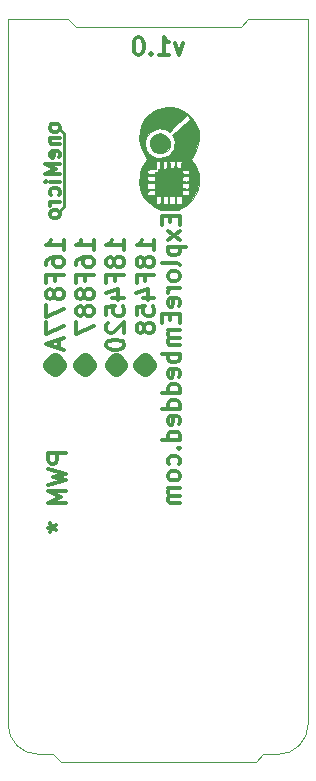
<source format=gbo>
G04 #@! TF.FileFunction,Legend,Bot*
%FSLAX46Y46*%
G04 Gerber Fmt 4.6, Leading zero omitted, Abs format (unit mm)*
G04 Created by KiCad (PCBNEW 4.0.4-stable) date 08/11/17 11:51:25*
%MOMM*%
%LPD*%
G01*
G04 APERTURE LIST*
%ADD10C,0.150000*%
%ADD11C,0.300000*%
%ADD12C,0.228600*%
%ADD13C,0.100000*%
%ADD14C,1.270000*%
%ADD15C,0.002540*%
G04 APERTURE END LIST*
D10*
D11*
X141832696Y-86485611D02*
X141475553Y-87485611D01*
X141118411Y-86485611D01*
X139761268Y-87485611D02*
X140618411Y-87485611D01*
X140189839Y-87485611D02*
X140189839Y-85985611D01*
X140332696Y-86199897D01*
X140475554Y-86342754D01*
X140618411Y-86414183D01*
X139118411Y-87342754D02*
X139046983Y-87414183D01*
X139118411Y-87485611D01*
X139189840Y-87414183D01*
X139118411Y-87342754D01*
X139118411Y-87485611D01*
X138118411Y-85985611D02*
X137975554Y-85985611D01*
X137832697Y-86057040D01*
X137761268Y-86128469D01*
X137689839Y-86271326D01*
X137618411Y-86557040D01*
X137618411Y-86914183D01*
X137689839Y-87199897D01*
X137761268Y-87342754D01*
X137832697Y-87414183D01*
X137975554Y-87485611D01*
X138118411Y-87485611D01*
X138261268Y-87414183D01*
X138332697Y-87342754D01*
X138404125Y-87199897D01*
X138475554Y-86914183D01*
X138475554Y-86557040D01*
X138404125Y-86271326D01*
X138332697Y-86128469D01*
X138261268Y-86057040D01*
X138118411Y-85985611D01*
D12*
X131699000Y-94107000D02*
X131318000Y-93726000D01*
X131699000Y-100330000D02*
X131699000Y-94107000D01*
X131318000Y-100711000D02*
X131699000Y-100330000D01*
D11*
X131384524Y-93532477D02*
X131324048Y-93411524D01*
X131263571Y-93351048D01*
X131142619Y-93290572D01*
X130779762Y-93290572D01*
X130658810Y-93351048D01*
X130598333Y-93411524D01*
X130537857Y-93532477D01*
X130537857Y-93713905D01*
X130598333Y-93834857D01*
X130658810Y-93895334D01*
X130779762Y-93955810D01*
X131142619Y-93955810D01*
X131263571Y-93895334D01*
X131324048Y-93834857D01*
X131384524Y-93713905D01*
X131384524Y-93532477D01*
X130537857Y-94500096D02*
X131384524Y-94500096D01*
X130658810Y-94500096D02*
X130598333Y-94560572D01*
X130537857Y-94681525D01*
X130537857Y-94862953D01*
X130598333Y-94983905D01*
X130719286Y-95044382D01*
X131384524Y-95044382D01*
X131324048Y-96132953D02*
X131384524Y-96012001D01*
X131384524Y-95770096D01*
X131324048Y-95649144D01*
X131203095Y-95588668D01*
X130719286Y-95588668D01*
X130598333Y-95649144D01*
X130537857Y-95770096D01*
X130537857Y-96012001D01*
X130598333Y-96132953D01*
X130719286Y-96193430D01*
X130840238Y-96193430D01*
X130961190Y-95588668D01*
X131384524Y-96737715D02*
X130114524Y-96737715D01*
X131021667Y-97161048D01*
X130114524Y-97584382D01*
X131384524Y-97584382D01*
X131384524Y-98189144D02*
X130537857Y-98189144D01*
X130114524Y-98189144D02*
X130175000Y-98128668D01*
X130235476Y-98189144D01*
X130175000Y-98249620D01*
X130114524Y-98189144D01*
X130235476Y-98189144D01*
X131324048Y-99338192D02*
X131384524Y-99217239D01*
X131384524Y-98975335D01*
X131324048Y-98854382D01*
X131263571Y-98793906D01*
X131142619Y-98733430D01*
X130779762Y-98733430D01*
X130658810Y-98793906D01*
X130598333Y-98854382D01*
X130537857Y-98975335D01*
X130537857Y-99217239D01*
X130598333Y-99338192D01*
X131384524Y-99882477D02*
X130537857Y-99882477D01*
X130779762Y-99882477D02*
X130658810Y-99942953D01*
X130598333Y-100003429D01*
X130537857Y-100124382D01*
X130537857Y-100245334D01*
X131384524Y-100850096D02*
X131324048Y-100729143D01*
X131263571Y-100668667D01*
X131142619Y-100608191D01*
X130779762Y-100608191D01*
X130658810Y-100668667D01*
X130598333Y-100729143D01*
X130537857Y-100850096D01*
X130537857Y-101031524D01*
X130598333Y-101152476D01*
X130658810Y-101212953D01*
X130779762Y-101273429D01*
X131142619Y-101273429D01*
X131263571Y-101212953D01*
X131324048Y-101152476D01*
X131384524Y-101031524D01*
X131384524Y-100850096D01*
D13*
X136144000Y-85090000D02*
X143256000Y-85090000D01*
X129540000Y-146685000D02*
X130810000Y-146685000D01*
X148590000Y-146685000D02*
X149225000Y-146685000D01*
X147955000Y-147320000D02*
X148590000Y-146685000D01*
X131445000Y-147320000D02*
X147955000Y-147320000D01*
X130810000Y-146685000D02*
X131445000Y-147320000D01*
D11*
X131869571Y-121210000D02*
X130369571Y-121210000D01*
X130369571Y-121781428D01*
X130441000Y-121924286D01*
X130512429Y-121995714D01*
X130655286Y-122067143D01*
X130869571Y-122067143D01*
X131012429Y-121995714D01*
X131083857Y-121924286D01*
X131155286Y-121781428D01*
X131155286Y-121210000D01*
X130369571Y-122567143D02*
X131869571Y-122924286D01*
X130798143Y-123210000D01*
X131869571Y-123495714D01*
X130369571Y-123852857D01*
X131869571Y-124424286D02*
X130369571Y-124424286D01*
X131441000Y-124924286D01*
X130369571Y-125424286D01*
X131869571Y-125424286D01*
X130369571Y-127495715D02*
X130726714Y-127495715D01*
X130583857Y-127138572D02*
X130726714Y-127495715D01*
X130583857Y-127852857D01*
X131012429Y-127281429D02*
X130726714Y-127495715D01*
X131012429Y-127710000D01*
X140735857Y-101141143D02*
X140735857Y-101641143D01*
X141521571Y-101855429D02*
X141521571Y-101141143D01*
X140021571Y-101141143D01*
X140021571Y-101855429D01*
X141521571Y-102355429D02*
X140521571Y-103141143D01*
X140521571Y-102355429D02*
X141521571Y-103141143D01*
X140521571Y-103712572D02*
X142021571Y-103712572D01*
X140593000Y-103712572D02*
X140521571Y-103855429D01*
X140521571Y-104141143D01*
X140593000Y-104284000D01*
X140664429Y-104355429D01*
X140807286Y-104426858D01*
X141235857Y-104426858D01*
X141378714Y-104355429D01*
X141450143Y-104284000D01*
X141521571Y-104141143D01*
X141521571Y-103855429D01*
X141450143Y-103712572D01*
X141521571Y-105284001D02*
X141450143Y-105141143D01*
X141307286Y-105069715D01*
X140021571Y-105069715D01*
X141521571Y-106069715D02*
X141450143Y-105926857D01*
X141378714Y-105855429D01*
X141235857Y-105784000D01*
X140807286Y-105784000D01*
X140664429Y-105855429D01*
X140593000Y-105926857D01*
X140521571Y-106069715D01*
X140521571Y-106284000D01*
X140593000Y-106426857D01*
X140664429Y-106498286D01*
X140807286Y-106569715D01*
X141235857Y-106569715D01*
X141378714Y-106498286D01*
X141450143Y-106426857D01*
X141521571Y-106284000D01*
X141521571Y-106069715D01*
X141521571Y-107212572D02*
X140521571Y-107212572D01*
X140807286Y-107212572D02*
X140664429Y-107284000D01*
X140593000Y-107355429D01*
X140521571Y-107498286D01*
X140521571Y-107641143D01*
X141450143Y-108712571D02*
X141521571Y-108569714D01*
X141521571Y-108284000D01*
X141450143Y-108141143D01*
X141307286Y-108069714D01*
X140735857Y-108069714D01*
X140593000Y-108141143D01*
X140521571Y-108284000D01*
X140521571Y-108569714D01*
X140593000Y-108712571D01*
X140735857Y-108784000D01*
X140878714Y-108784000D01*
X141021571Y-108069714D01*
X140735857Y-109426857D02*
X140735857Y-109926857D01*
X141521571Y-110141143D02*
X141521571Y-109426857D01*
X140021571Y-109426857D01*
X140021571Y-110141143D01*
X141521571Y-110784000D02*
X140521571Y-110784000D01*
X140664429Y-110784000D02*
X140593000Y-110855428D01*
X140521571Y-110998286D01*
X140521571Y-111212571D01*
X140593000Y-111355428D01*
X140735857Y-111426857D01*
X141521571Y-111426857D01*
X140735857Y-111426857D02*
X140593000Y-111498286D01*
X140521571Y-111641143D01*
X140521571Y-111855428D01*
X140593000Y-111998286D01*
X140735857Y-112069714D01*
X141521571Y-112069714D01*
X141521571Y-112784000D02*
X140021571Y-112784000D01*
X140593000Y-112784000D02*
X140521571Y-112926857D01*
X140521571Y-113212571D01*
X140593000Y-113355428D01*
X140664429Y-113426857D01*
X140807286Y-113498286D01*
X141235857Y-113498286D01*
X141378714Y-113426857D01*
X141450143Y-113355428D01*
X141521571Y-113212571D01*
X141521571Y-112926857D01*
X141450143Y-112784000D01*
X141450143Y-114712571D02*
X141521571Y-114569714D01*
X141521571Y-114284000D01*
X141450143Y-114141143D01*
X141307286Y-114069714D01*
X140735857Y-114069714D01*
X140593000Y-114141143D01*
X140521571Y-114284000D01*
X140521571Y-114569714D01*
X140593000Y-114712571D01*
X140735857Y-114784000D01*
X140878714Y-114784000D01*
X141021571Y-114069714D01*
X141521571Y-116069714D02*
X140021571Y-116069714D01*
X141450143Y-116069714D02*
X141521571Y-115926857D01*
X141521571Y-115641143D01*
X141450143Y-115498285D01*
X141378714Y-115426857D01*
X141235857Y-115355428D01*
X140807286Y-115355428D01*
X140664429Y-115426857D01*
X140593000Y-115498285D01*
X140521571Y-115641143D01*
X140521571Y-115926857D01*
X140593000Y-116069714D01*
X141521571Y-117426857D02*
X140021571Y-117426857D01*
X141450143Y-117426857D02*
X141521571Y-117284000D01*
X141521571Y-116998286D01*
X141450143Y-116855428D01*
X141378714Y-116784000D01*
X141235857Y-116712571D01*
X140807286Y-116712571D01*
X140664429Y-116784000D01*
X140593000Y-116855428D01*
X140521571Y-116998286D01*
X140521571Y-117284000D01*
X140593000Y-117426857D01*
X141450143Y-118712571D02*
X141521571Y-118569714D01*
X141521571Y-118284000D01*
X141450143Y-118141143D01*
X141307286Y-118069714D01*
X140735857Y-118069714D01*
X140593000Y-118141143D01*
X140521571Y-118284000D01*
X140521571Y-118569714D01*
X140593000Y-118712571D01*
X140735857Y-118784000D01*
X140878714Y-118784000D01*
X141021571Y-118069714D01*
X141521571Y-120069714D02*
X140021571Y-120069714D01*
X141450143Y-120069714D02*
X141521571Y-119926857D01*
X141521571Y-119641143D01*
X141450143Y-119498285D01*
X141378714Y-119426857D01*
X141235857Y-119355428D01*
X140807286Y-119355428D01*
X140664429Y-119426857D01*
X140593000Y-119498285D01*
X140521571Y-119641143D01*
X140521571Y-119926857D01*
X140593000Y-120069714D01*
X141378714Y-120784000D02*
X141450143Y-120855428D01*
X141521571Y-120784000D01*
X141450143Y-120712571D01*
X141378714Y-120784000D01*
X141521571Y-120784000D01*
X141450143Y-122141143D02*
X141521571Y-121998286D01*
X141521571Y-121712572D01*
X141450143Y-121569714D01*
X141378714Y-121498286D01*
X141235857Y-121426857D01*
X140807286Y-121426857D01*
X140664429Y-121498286D01*
X140593000Y-121569714D01*
X140521571Y-121712572D01*
X140521571Y-121998286D01*
X140593000Y-122141143D01*
X141521571Y-122998286D02*
X141450143Y-122855428D01*
X141378714Y-122784000D01*
X141235857Y-122712571D01*
X140807286Y-122712571D01*
X140664429Y-122784000D01*
X140593000Y-122855428D01*
X140521571Y-122998286D01*
X140521571Y-123212571D01*
X140593000Y-123355428D01*
X140664429Y-123426857D01*
X140807286Y-123498286D01*
X141235857Y-123498286D01*
X141378714Y-123426857D01*
X141450143Y-123355428D01*
X141521571Y-123212571D01*
X141521571Y-122998286D01*
X141521571Y-124141143D02*
X140521571Y-124141143D01*
X140664429Y-124141143D02*
X140593000Y-124212571D01*
X140521571Y-124355429D01*
X140521571Y-124569714D01*
X140593000Y-124712571D01*
X140735857Y-124784000D01*
X141521571Y-124784000D01*
X140735857Y-124784000D02*
X140593000Y-124855429D01*
X140521571Y-124998286D01*
X140521571Y-125212571D01*
X140593000Y-125355429D01*
X140735857Y-125426857D01*
X141521571Y-125426857D01*
D13*
X132080000Y-84455000D02*
X127000000Y-84455000D01*
X132715000Y-85090000D02*
X132080000Y-84455000D01*
X133985000Y-85090000D02*
X132715000Y-85090000D01*
X136144000Y-85090000D02*
X135890000Y-85090000D01*
X143510000Y-85090000D02*
X143256000Y-85090000D01*
X146050000Y-85090000D02*
X143510000Y-85090000D01*
X134620000Y-85090000D02*
X135890000Y-85090000D01*
X149225000Y-146685000D02*
X149860000Y-146685000D01*
X146685000Y-85090000D02*
X146050000Y-85090000D01*
X147320000Y-84455000D02*
X146685000Y-85090000D01*
X152400000Y-84455000D02*
X147320000Y-84455000D01*
X152400000Y-85090000D02*
X152400000Y-84455000D01*
X133985000Y-85090000D02*
X134620000Y-85090000D01*
X127000000Y-85090000D02*
X127000000Y-84455000D01*
D14*
X136143999Y-113338429D02*
X135781142Y-113701286D01*
X136143999Y-114064143D01*
X136506856Y-113701286D01*
X136143999Y-113338429D01*
X136143999Y-114064143D01*
X138556999Y-113338429D02*
X138194142Y-113701286D01*
X138556999Y-114064143D01*
X138919856Y-113701286D01*
X138556999Y-113338429D01*
X138556999Y-114064143D01*
X133476999Y-113338429D02*
X133114142Y-113701286D01*
X133476999Y-114064143D01*
X133839856Y-113701286D01*
X133476999Y-113338429D01*
X133476999Y-114064143D01*
X130936999Y-113338429D02*
X130574142Y-113701286D01*
X130936999Y-114064143D01*
X131299856Y-113701286D01*
X130936999Y-113338429D01*
X130936999Y-114064143D01*
D11*
X131727571Y-104012857D02*
X131727571Y-103155714D01*
X131727571Y-103584286D02*
X130227571Y-103584286D01*
X130441857Y-103441429D01*
X130584714Y-103298571D01*
X130656143Y-103155714D01*
X130227571Y-105298571D02*
X130227571Y-105012857D01*
X130299000Y-104870000D01*
X130370429Y-104798571D01*
X130584714Y-104655714D01*
X130870429Y-104584285D01*
X131441857Y-104584285D01*
X131584714Y-104655714D01*
X131656143Y-104727142D01*
X131727571Y-104870000D01*
X131727571Y-105155714D01*
X131656143Y-105298571D01*
X131584714Y-105370000D01*
X131441857Y-105441428D01*
X131084714Y-105441428D01*
X130941857Y-105370000D01*
X130870429Y-105298571D01*
X130799000Y-105155714D01*
X130799000Y-104870000D01*
X130870429Y-104727142D01*
X130941857Y-104655714D01*
X131084714Y-104584285D01*
X130941857Y-106584285D02*
X130941857Y-106084285D01*
X131727571Y-106084285D02*
X130227571Y-106084285D01*
X130227571Y-106798571D01*
X130870429Y-107584285D02*
X130799000Y-107441427D01*
X130727571Y-107369999D01*
X130584714Y-107298570D01*
X130513286Y-107298570D01*
X130370429Y-107369999D01*
X130299000Y-107441427D01*
X130227571Y-107584285D01*
X130227571Y-107869999D01*
X130299000Y-108012856D01*
X130370429Y-108084285D01*
X130513286Y-108155713D01*
X130584714Y-108155713D01*
X130727571Y-108084285D01*
X130799000Y-108012856D01*
X130870429Y-107869999D01*
X130870429Y-107584285D01*
X130941857Y-107441427D01*
X131013286Y-107369999D01*
X131156143Y-107298570D01*
X131441857Y-107298570D01*
X131584714Y-107369999D01*
X131656143Y-107441427D01*
X131727571Y-107584285D01*
X131727571Y-107869999D01*
X131656143Y-108012856D01*
X131584714Y-108084285D01*
X131441857Y-108155713D01*
X131156143Y-108155713D01*
X131013286Y-108084285D01*
X130941857Y-108012856D01*
X130870429Y-107869999D01*
X130227571Y-108655713D02*
X130227571Y-109655713D01*
X131727571Y-109012856D01*
X130227571Y-110084284D02*
X130227571Y-111084284D01*
X131727571Y-110441427D01*
X131299000Y-111584283D02*
X131299000Y-112298569D01*
X131727571Y-111441426D02*
X130227571Y-111941426D01*
X131727571Y-112441426D01*
X134277571Y-104012857D02*
X134277571Y-103155714D01*
X134277571Y-103584286D02*
X132777571Y-103584286D01*
X132991857Y-103441429D01*
X133134714Y-103298571D01*
X133206143Y-103155714D01*
X132777571Y-105298571D02*
X132777571Y-105012857D01*
X132849000Y-104870000D01*
X132920429Y-104798571D01*
X133134714Y-104655714D01*
X133420429Y-104584285D01*
X133991857Y-104584285D01*
X134134714Y-104655714D01*
X134206143Y-104727142D01*
X134277571Y-104870000D01*
X134277571Y-105155714D01*
X134206143Y-105298571D01*
X134134714Y-105370000D01*
X133991857Y-105441428D01*
X133634714Y-105441428D01*
X133491857Y-105370000D01*
X133420429Y-105298571D01*
X133349000Y-105155714D01*
X133349000Y-104870000D01*
X133420429Y-104727142D01*
X133491857Y-104655714D01*
X133634714Y-104584285D01*
X133491857Y-106584285D02*
X133491857Y-106084285D01*
X134277571Y-106084285D02*
X132777571Y-106084285D01*
X132777571Y-106798571D01*
X133420429Y-107584285D02*
X133349000Y-107441427D01*
X133277571Y-107369999D01*
X133134714Y-107298570D01*
X133063286Y-107298570D01*
X132920429Y-107369999D01*
X132849000Y-107441427D01*
X132777571Y-107584285D01*
X132777571Y-107869999D01*
X132849000Y-108012856D01*
X132920429Y-108084285D01*
X133063286Y-108155713D01*
X133134714Y-108155713D01*
X133277571Y-108084285D01*
X133349000Y-108012856D01*
X133420429Y-107869999D01*
X133420429Y-107584285D01*
X133491857Y-107441427D01*
X133563286Y-107369999D01*
X133706143Y-107298570D01*
X133991857Y-107298570D01*
X134134714Y-107369999D01*
X134206143Y-107441427D01*
X134277571Y-107584285D01*
X134277571Y-107869999D01*
X134206143Y-108012856D01*
X134134714Y-108084285D01*
X133991857Y-108155713D01*
X133706143Y-108155713D01*
X133563286Y-108084285D01*
X133491857Y-108012856D01*
X133420429Y-107869999D01*
X133420429Y-109012856D02*
X133349000Y-108869998D01*
X133277571Y-108798570D01*
X133134714Y-108727141D01*
X133063286Y-108727141D01*
X132920429Y-108798570D01*
X132849000Y-108869998D01*
X132777571Y-109012856D01*
X132777571Y-109298570D01*
X132849000Y-109441427D01*
X132920429Y-109512856D01*
X133063286Y-109584284D01*
X133134714Y-109584284D01*
X133277571Y-109512856D01*
X133349000Y-109441427D01*
X133420429Y-109298570D01*
X133420429Y-109012856D01*
X133491857Y-108869998D01*
X133563286Y-108798570D01*
X133706143Y-108727141D01*
X133991857Y-108727141D01*
X134134714Y-108798570D01*
X134206143Y-108869998D01*
X134277571Y-109012856D01*
X134277571Y-109298570D01*
X134206143Y-109441427D01*
X134134714Y-109512856D01*
X133991857Y-109584284D01*
X133706143Y-109584284D01*
X133563286Y-109512856D01*
X133491857Y-109441427D01*
X133420429Y-109298570D01*
X132777571Y-110084284D02*
X132777571Y-111084284D01*
X134277571Y-110441427D01*
X136827571Y-104012857D02*
X136827571Y-103155714D01*
X136827571Y-103584286D02*
X135327571Y-103584286D01*
X135541857Y-103441429D01*
X135684714Y-103298571D01*
X135756143Y-103155714D01*
X135970429Y-104870000D02*
X135899000Y-104727142D01*
X135827571Y-104655714D01*
X135684714Y-104584285D01*
X135613286Y-104584285D01*
X135470429Y-104655714D01*
X135399000Y-104727142D01*
X135327571Y-104870000D01*
X135327571Y-105155714D01*
X135399000Y-105298571D01*
X135470429Y-105370000D01*
X135613286Y-105441428D01*
X135684714Y-105441428D01*
X135827571Y-105370000D01*
X135899000Y-105298571D01*
X135970429Y-105155714D01*
X135970429Y-104870000D01*
X136041857Y-104727142D01*
X136113286Y-104655714D01*
X136256143Y-104584285D01*
X136541857Y-104584285D01*
X136684714Y-104655714D01*
X136756143Y-104727142D01*
X136827571Y-104870000D01*
X136827571Y-105155714D01*
X136756143Y-105298571D01*
X136684714Y-105370000D01*
X136541857Y-105441428D01*
X136256143Y-105441428D01*
X136113286Y-105370000D01*
X136041857Y-105298571D01*
X135970429Y-105155714D01*
X136041857Y-106584285D02*
X136041857Y-106084285D01*
X136827571Y-106084285D02*
X135327571Y-106084285D01*
X135327571Y-106798571D01*
X135827571Y-108012856D02*
X136827571Y-108012856D01*
X135256143Y-107655713D02*
X136327571Y-107298570D01*
X136327571Y-108227142D01*
X135327571Y-109512856D02*
X135327571Y-108798570D01*
X136041857Y-108727141D01*
X135970429Y-108798570D01*
X135899000Y-108941427D01*
X135899000Y-109298570D01*
X135970429Y-109441427D01*
X136041857Y-109512856D01*
X136184714Y-109584284D01*
X136541857Y-109584284D01*
X136684714Y-109512856D01*
X136756143Y-109441427D01*
X136827571Y-109298570D01*
X136827571Y-108941427D01*
X136756143Y-108798570D01*
X136684714Y-108727141D01*
X135470429Y-110155712D02*
X135399000Y-110227141D01*
X135327571Y-110369998D01*
X135327571Y-110727141D01*
X135399000Y-110869998D01*
X135470429Y-110941427D01*
X135613286Y-111012855D01*
X135756143Y-111012855D01*
X135970429Y-110941427D01*
X136827571Y-110084284D01*
X136827571Y-111012855D01*
X135327571Y-111941426D02*
X135327571Y-112084283D01*
X135399000Y-112227140D01*
X135470429Y-112298569D01*
X135613286Y-112369998D01*
X135899000Y-112441426D01*
X136256143Y-112441426D01*
X136541857Y-112369998D01*
X136684714Y-112298569D01*
X136756143Y-112227140D01*
X136827571Y-112084283D01*
X136827571Y-111941426D01*
X136756143Y-111798569D01*
X136684714Y-111727140D01*
X136541857Y-111655712D01*
X136256143Y-111584283D01*
X135899000Y-111584283D01*
X135613286Y-111655712D01*
X135470429Y-111727140D01*
X135399000Y-111798569D01*
X135327571Y-111941426D01*
X139377571Y-104012857D02*
X139377571Y-103155714D01*
X139377571Y-103584286D02*
X137877571Y-103584286D01*
X138091857Y-103441429D01*
X138234714Y-103298571D01*
X138306143Y-103155714D01*
X138520429Y-104870000D02*
X138449000Y-104727142D01*
X138377571Y-104655714D01*
X138234714Y-104584285D01*
X138163286Y-104584285D01*
X138020429Y-104655714D01*
X137949000Y-104727142D01*
X137877571Y-104870000D01*
X137877571Y-105155714D01*
X137949000Y-105298571D01*
X138020429Y-105370000D01*
X138163286Y-105441428D01*
X138234714Y-105441428D01*
X138377571Y-105370000D01*
X138449000Y-105298571D01*
X138520429Y-105155714D01*
X138520429Y-104870000D01*
X138591857Y-104727142D01*
X138663286Y-104655714D01*
X138806143Y-104584285D01*
X139091857Y-104584285D01*
X139234714Y-104655714D01*
X139306143Y-104727142D01*
X139377571Y-104870000D01*
X139377571Y-105155714D01*
X139306143Y-105298571D01*
X139234714Y-105370000D01*
X139091857Y-105441428D01*
X138806143Y-105441428D01*
X138663286Y-105370000D01*
X138591857Y-105298571D01*
X138520429Y-105155714D01*
X138591857Y-106584285D02*
X138591857Y-106084285D01*
X139377571Y-106084285D02*
X137877571Y-106084285D01*
X137877571Y-106798571D01*
X138377571Y-108012856D02*
X139377571Y-108012856D01*
X137806143Y-107655713D02*
X138877571Y-107298570D01*
X138877571Y-108227142D01*
X137877571Y-109512856D02*
X137877571Y-108798570D01*
X138591857Y-108727141D01*
X138520429Y-108798570D01*
X138449000Y-108941427D01*
X138449000Y-109298570D01*
X138520429Y-109441427D01*
X138591857Y-109512856D01*
X138734714Y-109584284D01*
X139091857Y-109584284D01*
X139234714Y-109512856D01*
X139306143Y-109441427D01*
X139377571Y-109298570D01*
X139377571Y-108941427D01*
X139306143Y-108798570D01*
X139234714Y-108727141D01*
X138520429Y-110441427D02*
X138449000Y-110298569D01*
X138377571Y-110227141D01*
X138234714Y-110155712D01*
X138163286Y-110155712D01*
X138020429Y-110227141D01*
X137949000Y-110298569D01*
X137877571Y-110441427D01*
X137877571Y-110727141D01*
X137949000Y-110869998D01*
X138020429Y-110941427D01*
X138163286Y-111012855D01*
X138234714Y-111012855D01*
X138377571Y-110941427D01*
X138449000Y-110869998D01*
X138520429Y-110727141D01*
X138520429Y-110441427D01*
X138591857Y-110298569D01*
X138663286Y-110227141D01*
X138806143Y-110155712D01*
X139091857Y-110155712D01*
X139234714Y-110227141D01*
X139306143Y-110298569D01*
X139377571Y-110441427D01*
X139377571Y-110727141D01*
X139306143Y-110869998D01*
X139234714Y-110941427D01*
X139091857Y-111012855D01*
X138806143Y-111012855D01*
X138663286Y-110941427D01*
X138591857Y-110869998D01*
X138520429Y-110727141D01*
D13*
X127000000Y-144145000D02*
X127000000Y-140335000D01*
X152400000Y-142875000D02*
X152400000Y-144145000D01*
X127000000Y-144145000D02*
G75*
G03X129540000Y-146685000I2540000J0D01*
G01*
X149860000Y-146685000D02*
G75*
G03X152400000Y-144145000I0J2540000D01*
G01*
X127000000Y-139700000D02*
X127000000Y-140335000D01*
X152400000Y-139700000D02*
X152400000Y-142875000D01*
X152400000Y-85090000D02*
X152400000Y-90170000D01*
X127000000Y-90170000D02*
X127000000Y-85090000D01*
X152400000Y-90170000D02*
X152400000Y-139700000D01*
X127000000Y-90170000D02*
X127000000Y-139700000D01*
D15*
G36*
X140652500Y-100624640D02*
X140980160Y-100617020D01*
X141213840Y-100601780D01*
X141394180Y-100566220D01*
X141559280Y-100510340D01*
X141653260Y-100467160D01*
X142153640Y-100167440D01*
X142242540Y-100083620D01*
X139491720Y-100083620D01*
X139491720Y-99755960D01*
X139494260Y-99562920D01*
X139519660Y-99468940D01*
X139585700Y-99433380D01*
X139674600Y-99428300D01*
X139837160Y-99446080D01*
X139915900Y-99514660D01*
X139933680Y-99664520D01*
X139928600Y-99781360D01*
X139908280Y-99949000D01*
X139854940Y-100030280D01*
X139738100Y-100058220D01*
X139700000Y-100063300D01*
X139491720Y-100083620D01*
X142242540Y-100083620D01*
X142252700Y-100076000D01*
X141683740Y-100076000D01*
X141460220Y-100076000D01*
X141234160Y-100076000D01*
X141104620Y-100076000D01*
X140878560Y-100076000D01*
X140652500Y-100076000D01*
X140522960Y-100076000D01*
X140299440Y-100076000D01*
X140073380Y-100076000D01*
X140073380Y-99753420D01*
X140073380Y-99428300D01*
X140299440Y-99428300D01*
X140522960Y-99428300D01*
X140522960Y-99753420D01*
X140522960Y-100076000D01*
X140652500Y-100076000D01*
X140652500Y-99753420D01*
X140652500Y-99428300D01*
X140878560Y-99428300D01*
X141104620Y-99428300D01*
X141104620Y-99753420D01*
X141104620Y-100076000D01*
X141234160Y-100076000D01*
X141234160Y-99753420D01*
X141234160Y-99428300D01*
X141460220Y-99428300D01*
X141683740Y-99428300D01*
X141683740Y-99753420D01*
X141683740Y-100076000D01*
X142252700Y-100076000D01*
X142552420Y-99794060D01*
X142839440Y-99364800D01*
X142041880Y-99364800D01*
X139428220Y-99364800D01*
X139100560Y-99364800D01*
X138772900Y-99364800D01*
X138793220Y-99156520D01*
X138813540Y-99029520D01*
X138869420Y-98963480D01*
X138993880Y-98935540D01*
X139120880Y-98925380D01*
X139428220Y-98907600D01*
X139428220Y-99136200D01*
X139428220Y-99364800D01*
X142041880Y-99364800D01*
X141861540Y-99359720D01*
X141777720Y-99326700D01*
X141749780Y-99240340D01*
X141749780Y-99138740D01*
X141754860Y-98999040D01*
X141795500Y-98935540D01*
X141909800Y-98915220D01*
X142041880Y-98915220D01*
X142219680Y-98917760D01*
X142300960Y-98950780D01*
X142328900Y-99037140D01*
X142331440Y-99138740D01*
X142323820Y-99278440D01*
X142283180Y-99344480D01*
X142168880Y-99362260D01*
X142041880Y-99364800D01*
X142839440Y-99364800D01*
X142862300Y-99334320D01*
X143040100Y-98933000D01*
X143083280Y-98785680D01*
X142041880Y-98785680D01*
X139428220Y-98785680D01*
X139105640Y-98785680D01*
X138780520Y-98785680D01*
X138780520Y-98559620D01*
X138780520Y-98333560D01*
X139105640Y-98333560D01*
X139428220Y-98333560D01*
X139428220Y-98559620D01*
X139428220Y-98785680D01*
X142041880Y-98785680D01*
X141861540Y-98778060D01*
X141777720Y-98745040D01*
X141749780Y-98658680D01*
X141749780Y-98559620D01*
X141754860Y-98419920D01*
X141795500Y-98353880D01*
X141909800Y-98333560D01*
X142041880Y-98333560D01*
X142219680Y-98338640D01*
X142300960Y-98371660D01*
X142328900Y-98458020D01*
X142331440Y-98559620D01*
X142323820Y-98696780D01*
X142283180Y-98762820D01*
X142168880Y-98783140D01*
X142041880Y-98785680D01*
X143083280Y-98785680D01*
X143113760Y-98696780D01*
X143154400Y-98485960D01*
X143164560Y-98239580D01*
X143162020Y-98188780D01*
X142041880Y-98188780D01*
X141861540Y-98183700D01*
X141820900Y-98171000D01*
X139214860Y-98171000D01*
X139105640Y-98171000D01*
X138925300Y-98165920D01*
X138836400Y-98130360D01*
X138803380Y-98041460D01*
X138793220Y-97962720D01*
X138772900Y-97754440D01*
X139105640Y-97754440D01*
X139435840Y-97754440D01*
X139412980Y-97962720D01*
X139395200Y-98092260D01*
X139341860Y-98150680D01*
X139214860Y-98171000D01*
X141820900Y-98171000D01*
X141777720Y-98155760D01*
X141749780Y-98069400D01*
X141749780Y-97972880D01*
X141754860Y-97835720D01*
X141798040Y-97772220D01*
X141912340Y-97754440D01*
X142041880Y-97754440D01*
X142219680Y-97756980D01*
X142300960Y-97790000D01*
X142328900Y-97876360D01*
X142331440Y-97967800D01*
X142323820Y-98099880D01*
X142278100Y-98163380D01*
X142163800Y-98183700D01*
X142041880Y-98188780D01*
X143162020Y-98188780D01*
X143156940Y-97957640D01*
X143134080Y-97637600D01*
X143121380Y-97576640D01*
X142171420Y-97576640D01*
X142138400Y-97574100D01*
X138861800Y-97574100D01*
X138823700Y-97530920D01*
X138795760Y-97401380D01*
X138795760Y-97386140D01*
X138772900Y-97177860D01*
X139146280Y-97160080D01*
X139519660Y-97139760D01*
X139517120Y-97106740D01*
X139202160Y-97106740D01*
X138943080Y-97106740D01*
X138910060Y-97076260D01*
X138943080Y-97043240D01*
X138973560Y-97076260D01*
X138943080Y-97106740D01*
X139202160Y-97106740D01*
X139169140Y-97076260D01*
X139202160Y-97043240D01*
X139235180Y-97076260D01*
X139202160Y-97106740D01*
X139517120Y-97106740D01*
X139499340Y-96801940D01*
X139491720Y-96603820D01*
X139509500Y-96502220D01*
X139567920Y-96466660D01*
X139674600Y-96461580D01*
X139799060Y-96471740D01*
X139860020Y-96527620D01*
X139885420Y-96664780D01*
X139890500Y-96735900D01*
X139900660Y-96946720D01*
X139885420Y-97058480D01*
X139832080Y-97101660D01*
X139778740Y-97106740D01*
X139697460Y-97134680D01*
X139692380Y-97155000D01*
X139687300Y-97304860D01*
X139606020Y-97355660D01*
X139555220Y-97345500D01*
X139453620Y-97348040D01*
X139428220Y-97436940D01*
X139402820Y-97518220D01*
X139308840Y-97551240D01*
X139169140Y-97558860D01*
X138991340Y-97561400D01*
X138877040Y-97571560D01*
X138861800Y-97574100D01*
X142138400Y-97574100D01*
X142041880Y-97569020D01*
X141861540Y-97548700D01*
X141775180Y-97505520D01*
X141749780Y-97419160D01*
X141749780Y-97358200D01*
X141757400Y-97243900D01*
X141808200Y-97190560D01*
X141935200Y-97172780D01*
X142041880Y-97172780D01*
X142219680Y-97175320D01*
X142300960Y-97208340D01*
X142328900Y-97294700D01*
X142331440Y-97381060D01*
X142323820Y-97508060D01*
X142283180Y-97566480D01*
X142171420Y-97576640D01*
X143121380Y-97576640D01*
X143093440Y-97396300D01*
X143022320Y-97175320D01*
X142991840Y-97114360D01*
X140073380Y-97114360D01*
X140073380Y-96789240D01*
X140075920Y-96596200D01*
X140101320Y-96499680D01*
X140167360Y-96466660D01*
X140258800Y-96461580D01*
X140390880Y-96479360D01*
X140459460Y-96553020D01*
X140487400Y-96705420D01*
X140484860Y-96875600D01*
X140462000Y-97017840D01*
X140383260Y-97078800D01*
X140276580Y-97094040D01*
X140073380Y-97114360D01*
X142991840Y-97114360D01*
X142976600Y-97076260D01*
X141460220Y-97076260D01*
X140878560Y-97076260D01*
X140761720Y-97066100D01*
X140700760Y-97017840D01*
X140675360Y-96893380D01*
X140665200Y-96768920D01*
X140644880Y-96461580D01*
X140878560Y-96461580D01*
X141112240Y-96461580D01*
X141091920Y-96768920D01*
X141074140Y-96954340D01*
X141038580Y-97043240D01*
X140959840Y-97071180D01*
X140878560Y-97076260D01*
X141460220Y-97076260D01*
X141340840Y-97066100D01*
X141282420Y-97017840D01*
X141254480Y-96893380D01*
X141244320Y-96768920D01*
X141226540Y-96461580D01*
X141460220Y-96461580D01*
X141691360Y-96461580D01*
X141673580Y-96768920D01*
X141655800Y-96954340D01*
X141617700Y-97043240D01*
X141538960Y-97071180D01*
X141460220Y-97076260D01*
X142976600Y-97076260D01*
X142925800Y-96964500D01*
X142803880Y-96738440D01*
X142684500Y-96550480D01*
X142593060Y-96436180D01*
X142527020Y-96365060D01*
X142511780Y-96299020D01*
X142552420Y-96205040D01*
X139860020Y-96205040D01*
X139509500Y-96161860D01*
X139176760Y-96017080D01*
X138884660Y-95770700D01*
X138775440Y-95633540D01*
X138689080Y-95483680D01*
X138640820Y-95321120D01*
X138623040Y-95100140D01*
X138620500Y-94940120D01*
X138625580Y-94686120D01*
X138648440Y-94513400D01*
X138706860Y-94378780D01*
X138808460Y-94239080D01*
X138818620Y-94226380D01*
X139039600Y-94007940D01*
X139313920Y-93830140D01*
X139593320Y-93715840D01*
X139778740Y-93687900D01*
X140040360Y-93715840D01*
X140299440Y-93784420D01*
X140502640Y-93883480D01*
X140561060Y-93929200D01*
X140642340Y-93995240D01*
X140708380Y-93969840D01*
X140782040Y-93875860D01*
X140873480Y-93774260D01*
X141038580Y-93606620D01*
X141251940Y-93398340D01*
X141495780Y-93169740D01*
X141526260Y-93141800D01*
X142153640Y-92565220D01*
X142278100Y-92720160D01*
X142405100Y-92875100D01*
X141965680Y-93299280D01*
X141724380Y-93525340D01*
X141480540Y-93753940D01*
X141267180Y-93944440D01*
X141216380Y-93987620D01*
X140909040Y-94251780D01*
X141008100Y-94482920D01*
X141097000Y-94858840D01*
X141061440Y-95242380D01*
X141005560Y-95415100D01*
X140802360Y-95752920D01*
X140528040Y-95996760D01*
X140208000Y-96149160D01*
X139860020Y-96205040D01*
X142552420Y-96205040D01*
X142554960Y-96202500D01*
X142666720Y-96037400D01*
X142681960Y-96022160D01*
X142943580Y-95549720D01*
X143108680Y-95026480D01*
X143174720Y-94482920D01*
X143136620Y-93952060D01*
X143027400Y-93558360D01*
X142768320Y-93045280D01*
X142420340Y-92613480D01*
X141996160Y-92278200D01*
X141511020Y-92041980D01*
X140982700Y-91912440D01*
X140418820Y-91899740D01*
X140124180Y-91942920D01*
X139705080Y-92054680D01*
X139346940Y-92227400D01*
X139006580Y-92481400D01*
X138877040Y-92598240D01*
X138534140Y-93004640D01*
X138282680Y-93474540D01*
X138135360Y-93982540D01*
X138084560Y-94508320D01*
X138137900Y-95029020D01*
X138292840Y-95526860D01*
X138551920Y-95976440D01*
X138633200Y-96078040D01*
X138790680Y-96266000D01*
X138633200Y-96476820D01*
X138348720Y-96941640D01*
X138168380Y-97459800D01*
X138125200Y-97680780D01*
X138089640Y-98242120D01*
X138178540Y-98783140D01*
X138374120Y-99288600D01*
X138673840Y-99740720D01*
X139072620Y-100124260D01*
X139552680Y-100421440D01*
X139555220Y-100423980D01*
X139758420Y-100515420D01*
X139928600Y-100573840D01*
X140108940Y-100606860D01*
X140335000Y-100619560D01*
X140652500Y-100624640D01*
X140652500Y-100624640D01*
X140652500Y-100624640D01*
G37*
X140652500Y-100624640D02*
X140980160Y-100617020D01*
X141213840Y-100601780D01*
X141394180Y-100566220D01*
X141559280Y-100510340D01*
X141653260Y-100467160D01*
X142153640Y-100167440D01*
X142242540Y-100083620D01*
X139491720Y-100083620D01*
X139491720Y-99755960D01*
X139494260Y-99562920D01*
X139519660Y-99468940D01*
X139585700Y-99433380D01*
X139674600Y-99428300D01*
X139837160Y-99446080D01*
X139915900Y-99514660D01*
X139933680Y-99664520D01*
X139928600Y-99781360D01*
X139908280Y-99949000D01*
X139854940Y-100030280D01*
X139738100Y-100058220D01*
X139700000Y-100063300D01*
X139491720Y-100083620D01*
X142242540Y-100083620D01*
X142252700Y-100076000D01*
X141683740Y-100076000D01*
X141460220Y-100076000D01*
X141234160Y-100076000D01*
X141104620Y-100076000D01*
X140878560Y-100076000D01*
X140652500Y-100076000D01*
X140522960Y-100076000D01*
X140299440Y-100076000D01*
X140073380Y-100076000D01*
X140073380Y-99753420D01*
X140073380Y-99428300D01*
X140299440Y-99428300D01*
X140522960Y-99428300D01*
X140522960Y-99753420D01*
X140522960Y-100076000D01*
X140652500Y-100076000D01*
X140652500Y-99753420D01*
X140652500Y-99428300D01*
X140878560Y-99428300D01*
X141104620Y-99428300D01*
X141104620Y-99753420D01*
X141104620Y-100076000D01*
X141234160Y-100076000D01*
X141234160Y-99753420D01*
X141234160Y-99428300D01*
X141460220Y-99428300D01*
X141683740Y-99428300D01*
X141683740Y-99753420D01*
X141683740Y-100076000D01*
X142252700Y-100076000D01*
X142552420Y-99794060D01*
X142839440Y-99364800D01*
X142041880Y-99364800D01*
X139428220Y-99364800D01*
X139100560Y-99364800D01*
X138772900Y-99364800D01*
X138793220Y-99156520D01*
X138813540Y-99029520D01*
X138869420Y-98963480D01*
X138993880Y-98935540D01*
X139120880Y-98925380D01*
X139428220Y-98907600D01*
X139428220Y-99136200D01*
X139428220Y-99364800D01*
X142041880Y-99364800D01*
X141861540Y-99359720D01*
X141777720Y-99326700D01*
X141749780Y-99240340D01*
X141749780Y-99138740D01*
X141754860Y-98999040D01*
X141795500Y-98935540D01*
X141909800Y-98915220D01*
X142041880Y-98915220D01*
X142219680Y-98917760D01*
X142300960Y-98950780D01*
X142328900Y-99037140D01*
X142331440Y-99138740D01*
X142323820Y-99278440D01*
X142283180Y-99344480D01*
X142168880Y-99362260D01*
X142041880Y-99364800D01*
X142839440Y-99364800D01*
X142862300Y-99334320D01*
X143040100Y-98933000D01*
X143083280Y-98785680D01*
X142041880Y-98785680D01*
X139428220Y-98785680D01*
X139105640Y-98785680D01*
X138780520Y-98785680D01*
X138780520Y-98559620D01*
X138780520Y-98333560D01*
X139105640Y-98333560D01*
X139428220Y-98333560D01*
X139428220Y-98559620D01*
X139428220Y-98785680D01*
X142041880Y-98785680D01*
X141861540Y-98778060D01*
X141777720Y-98745040D01*
X141749780Y-98658680D01*
X141749780Y-98559620D01*
X141754860Y-98419920D01*
X141795500Y-98353880D01*
X141909800Y-98333560D01*
X142041880Y-98333560D01*
X142219680Y-98338640D01*
X142300960Y-98371660D01*
X142328900Y-98458020D01*
X142331440Y-98559620D01*
X142323820Y-98696780D01*
X142283180Y-98762820D01*
X142168880Y-98783140D01*
X142041880Y-98785680D01*
X143083280Y-98785680D01*
X143113760Y-98696780D01*
X143154400Y-98485960D01*
X143164560Y-98239580D01*
X143162020Y-98188780D01*
X142041880Y-98188780D01*
X141861540Y-98183700D01*
X141820900Y-98171000D01*
X139214860Y-98171000D01*
X139105640Y-98171000D01*
X138925300Y-98165920D01*
X138836400Y-98130360D01*
X138803380Y-98041460D01*
X138793220Y-97962720D01*
X138772900Y-97754440D01*
X139105640Y-97754440D01*
X139435840Y-97754440D01*
X139412980Y-97962720D01*
X139395200Y-98092260D01*
X139341860Y-98150680D01*
X139214860Y-98171000D01*
X141820900Y-98171000D01*
X141777720Y-98155760D01*
X141749780Y-98069400D01*
X141749780Y-97972880D01*
X141754860Y-97835720D01*
X141798040Y-97772220D01*
X141912340Y-97754440D01*
X142041880Y-97754440D01*
X142219680Y-97756980D01*
X142300960Y-97790000D01*
X142328900Y-97876360D01*
X142331440Y-97967800D01*
X142323820Y-98099880D01*
X142278100Y-98163380D01*
X142163800Y-98183700D01*
X142041880Y-98188780D01*
X143162020Y-98188780D01*
X143156940Y-97957640D01*
X143134080Y-97637600D01*
X143121380Y-97576640D01*
X142171420Y-97576640D01*
X142138400Y-97574100D01*
X138861800Y-97574100D01*
X138823700Y-97530920D01*
X138795760Y-97401380D01*
X138795760Y-97386140D01*
X138772900Y-97177860D01*
X139146280Y-97160080D01*
X139519660Y-97139760D01*
X139517120Y-97106740D01*
X139202160Y-97106740D01*
X138943080Y-97106740D01*
X138910060Y-97076260D01*
X138943080Y-97043240D01*
X138973560Y-97076260D01*
X138943080Y-97106740D01*
X139202160Y-97106740D01*
X139169140Y-97076260D01*
X139202160Y-97043240D01*
X139235180Y-97076260D01*
X139202160Y-97106740D01*
X139517120Y-97106740D01*
X139499340Y-96801940D01*
X139491720Y-96603820D01*
X139509500Y-96502220D01*
X139567920Y-96466660D01*
X139674600Y-96461580D01*
X139799060Y-96471740D01*
X139860020Y-96527620D01*
X139885420Y-96664780D01*
X139890500Y-96735900D01*
X139900660Y-96946720D01*
X139885420Y-97058480D01*
X139832080Y-97101660D01*
X139778740Y-97106740D01*
X139697460Y-97134680D01*
X139692380Y-97155000D01*
X139687300Y-97304860D01*
X139606020Y-97355660D01*
X139555220Y-97345500D01*
X139453620Y-97348040D01*
X139428220Y-97436940D01*
X139402820Y-97518220D01*
X139308840Y-97551240D01*
X139169140Y-97558860D01*
X138991340Y-97561400D01*
X138877040Y-97571560D01*
X138861800Y-97574100D01*
X142138400Y-97574100D01*
X142041880Y-97569020D01*
X141861540Y-97548700D01*
X141775180Y-97505520D01*
X141749780Y-97419160D01*
X141749780Y-97358200D01*
X141757400Y-97243900D01*
X141808200Y-97190560D01*
X141935200Y-97172780D01*
X142041880Y-97172780D01*
X142219680Y-97175320D01*
X142300960Y-97208340D01*
X142328900Y-97294700D01*
X142331440Y-97381060D01*
X142323820Y-97508060D01*
X142283180Y-97566480D01*
X142171420Y-97576640D01*
X143121380Y-97576640D01*
X143093440Y-97396300D01*
X143022320Y-97175320D01*
X142991840Y-97114360D01*
X140073380Y-97114360D01*
X140073380Y-96789240D01*
X140075920Y-96596200D01*
X140101320Y-96499680D01*
X140167360Y-96466660D01*
X140258800Y-96461580D01*
X140390880Y-96479360D01*
X140459460Y-96553020D01*
X140487400Y-96705420D01*
X140484860Y-96875600D01*
X140462000Y-97017840D01*
X140383260Y-97078800D01*
X140276580Y-97094040D01*
X140073380Y-97114360D01*
X142991840Y-97114360D01*
X142976600Y-97076260D01*
X141460220Y-97076260D01*
X140878560Y-97076260D01*
X140761720Y-97066100D01*
X140700760Y-97017840D01*
X140675360Y-96893380D01*
X140665200Y-96768920D01*
X140644880Y-96461580D01*
X140878560Y-96461580D01*
X141112240Y-96461580D01*
X141091920Y-96768920D01*
X141074140Y-96954340D01*
X141038580Y-97043240D01*
X140959840Y-97071180D01*
X140878560Y-97076260D01*
X141460220Y-97076260D01*
X141340840Y-97066100D01*
X141282420Y-97017840D01*
X141254480Y-96893380D01*
X141244320Y-96768920D01*
X141226540Y-96461580D01*
X141460220Y-96461580D01*
X141691360Y-96461580D01*
X141673580Y-96768920D01*
X141655800Y-96954340D01*
X141617700Y-97043240D01*
X141538960Y-97071180D01*
X141460220Y-97076260D01*
X142976600Y-97076260D01*
X142925800Y-96964500D01*
X142803880Y-96738440D01*
X142684500Y-96550480D01*
X142593060Y-96436180D01*
X142527020Y-96365060D01*
X142511780Y-96299020D01*
X142552420Y-96205040D01*
X139860020Y-96205040D01*
X139509500Y-96161860D01*
X139176760Y-96017080D01*
X138884660Y-95770700D01*
X138775440Y-95633540D01*
X138689080Y-95483680D01*
X138640820Y-95321120D01*
X138623040Y-95100140D01*
X138620500Y-94940120D01*
X138625580Y-94686120D01*
X138648440Y-94513400D01*
X138706860Y-94378780D01*
X138808460Y-94239080D01*
X138818620Y-94226380D01*
X139039600Y-94007940D01*
X139313920Y-93830140D01*
X139593320Y-93715840D01*
X139778740Y-93687900D01*
X140040360Y-93715840D01*
X140299440Y-93784420D01*
X140502640Y-93883480D01*
X140561060Y-93929200D01*
X140642340Y-93995240D01*
X140708380Y-93969840D01*
X140782040Y-93875860D01*
X140873480Y-93774260D01*
X141038580Y-93606620D01*
X141251940Y-93398340D01*
X141495780Y-93169740D01*
X141526260Y-93141800D01*
X142153640Y-92565220D01*
X142278100Y-92720160D01*
X142405100Y-92875100D01*
X141965680Y-93299280D01*
X141724380Y-93525340D01*
X141480540Y-93753940D01*
X141267180Y-93944440D01*
X141216380Y-93987620D01*
X140909040Y-94251780D01*
X141008100Y-94482920D01*
X141097000Y-94858840D01*
X141061440Y-95242380D01*
X141005560Y-95415100D01*
X140802360Y-95752920D01*
X140528040Y-95996760D01*
X140208000Y-96149160D01*
X139860020Y-96205040D01*
X142552420Y-96205040D01*
X142554960Y-96202500D01*
X142666720Y-96037400D01*
X142681960Y-96022160D01*
X142943580Y-95549720D01*
X143108680Y-95026480D01*
X143174720Y-94482920D01*
X143136620Y-93952060D01*
X143027400Y-93558360D01*
X142768320Y-93045280D01*
X142420340Y-92613480D01*
X141996160Y-92278200D01*
X141511020Y-92041980D01*
X140982700Y-91912440D01*
X140418820Y-91899740D01*
X140124180Y-91942920D01*
X139705080Y-92054680D01*
X139346940Y-92227400D01*
X139006580Y-92481400D01*
X138877040Y-92598240D01*
X138534140Y-93004640D01*
X138282680Y-93474540D01*
X138135360Y-93982540D01*
X138084560Y-94508320D01*
X138137900Y-95029020D01*
X138292840Y-95526860D01*
X138551920Y-95976440D01*
X138633200Y-96078040D01*
X138790680Y-96266000D01*
X138633200Y-96476820D01*
X138348720Y-96941640D01*
X138168380Y-97459800D01*
X138125200Y-97680780D01*
X138089640Y-98242120D01*
X138178540Y-98783140D01*
X138374120Y-99288600D01*
X138673840Y-99740720D01*
X139072620Y-100124260D01*
X139552680Y-100421440D01*
X139555220Y-100423980D01*
X139758420Y-100515420D01*
X139928600Y-100573840D01*
X140108940Y-100606860D01*
X140335000Y-100619560D01*
X140652500Y-100624640D01*
X140652500Y-100624640D01*
G36*
X139712700Y-95803720D02*
X140007340Y-95785940D01*
X140284200Y-95679260D01*
X140512800Y-95496380D01*
X140665200Y-95252540D01*
X140716000Y-94978220D01*
X140688060Y-94810580D01*
X140616940Y-94617540D01*
X140604240Y-94597220D01*
X140406120Y-94333060D01*
X140154660Y-94167960D01*
X139870180Y-94101920D01*
X139580620Y-94134940D01*
X139313920Y-94272100D01*
X139095480Y-94508320D01*
X139077700Y-94536260D01*
X138983720Y-94810580D01*
X138993880Y-95105220D01*
X139095480Y-95387160D01*
X139278360Y-95618300D01*
X139420600Y-95717360D01*
X139712700Y-95803720D01*
X139712700Y-95803720D01*
X139712700Y-95803720D01*
G37*
X139712700Y-95803720D02*
X140007340Y-95785940D01*
X140284200Y-95679260D01*
X140512800Y-95496380D01*
X140665200Y-95252540D01*
X140716000Y-94978220D01*
X140688060Y-94810580D01*
X140616940Y-94617540D01*
X140604240Y-94597220D01*
X140406120Y-94333060D01*
X140154660Y-94167960D01*
X139870180Y-94101920D01*
X139580620Y-94134940D01*
X139313920Y-94272100D01*
X139095480Y-94508320D01*
X139077700Y-94536260D01*
X138983720Y-94810580D01*
X138993880Y-95105220D01*
X139095480Y-95387160D01*
X139278360Y-95618300D01*
X139420600Y-95717360D01*
X139712700Y-95803720D01*
X139712700Y-95803720D01*
M02*

</source>
